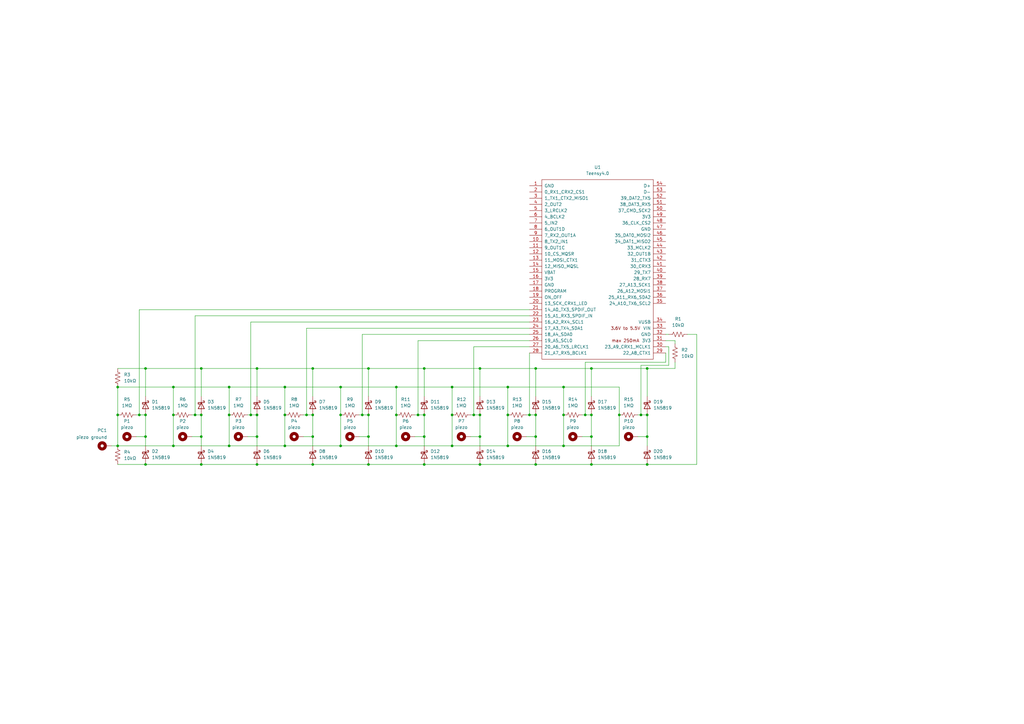
<source format=kicad_sch>
(kicad_sch (version 20231120) (generator "eeschema") (generator_version "8.0")
  (paper "A3")
  (lib_symbols
    (symbol "Device:R_US" (pin_numbers hide) (pin_names (offset 0))
      (property "Reference" "R" (at 2.54 0 90))
      (property "Value" "R_US" (at -2.54 0 90))
      (symbol "R_US_0_1"
        (polyline (pts (xy 0 -2.286) (xy 0 -2.54)))
        (polyline (pts (xy 0 2.286) (xy 0 2.54)))
        (polyline (pts (xy 0 -0.762) (xy 1.016 -1.143) (xy 0 -1.524) (xy -1.016 -1.905) (xy 0 -2.286)))
        (polyline (pts (xy 0 0.762) (xy 1.016 0.381) (xy 0 0) (xy -1.016 -0.381) (xy 0 -0.762)))
        (polyline (pts (xy 0 2.286) (xy 1.016 1.905) (xy 0 1.524) (xy -1.016 1.143) (xy 0 0.762)))
      )
      (symbol "R_US_1_1"
        (pin passive line (at 0 3.81 270) (length 1.27) (name "~") (number "1"))
        (pin passive line (at 0 -3.81 90) (length 1.27) (name "~") (number "2"))
      )
    )
    (symbol "Diode:1N5819" (pin_numbers hide) (pin_names (offset 1.016) hide)
      (property "Reference" "D" (at 0 2.54 0))
      (property "Value" "1N5819" (at 0 -2.54 0))
      (symbol "1N5819_0_1"
        (polyline (pts (xy 1.27 0) (xy -1.27 0)))
        (polyline (pts (xy 1.27 1.27) (xy 1.27 -1.27) (xy -1.27 0) (xy 1.27 1.27)) (stroke (width 0.254)))
        (polyline (pts (xy -1.905 0.635) (xy -1.905 1.27) (xy -1.27 1.27) (xy -1.27 -1.27) (xy -0.635 -1.27) (xy -0.635 -0.635)) (stroke (width 0.254)))
      )
      (symbol "1N5819_1_1"
        (pin passive line (at -3.81 0 0) (length 2.54) (name "K") (number "1"))
        (pin passive line (at 3.81 0 180) (length 2.54) (name "A") (number "2"))
      )
    )
    (symbol "Mechanical:MountingHole_Pad" (pin_numbers hide) (pin_names (offset 1.016) hide) (exclude_from_sim yes) (in_bom no)
      (property "Reference" "H" (at 0 6.35 0))
      (property "Value" "MountingHole_Pad" (at 0 4.445 0))
      (symbol "MountingHole_Pad_0_1"
        (circle (center 0 1.27) (radius 1.27) (stroke (width 1.27)))
      )
      (symbol "MountingHole_Pad_1_1"
        (pin input line (at 0 -2.54 90) (length 2.54) (name "1") (number "1"))
      )
    )
    (symbol "Teensy:Teensy4.0" (pin_names (offset 1.016))
      (property "Reference" "U" (at 0 39.37 0))
      (property "Value" "Teensy4.0" (at 0 -39.37 0))
      (symbol "Teensy4.0_0_0"
        (text "3.6V to 5.5V" (at 11.43 -24.13 0) (effects (font (size 1.27 1.27))))
        (text "max 250mA" (at 11.43 -29.21 0) (effects (font (size 1.27 1.27))))
        (pin bidirectional line (at -27.94 11.43 0) (length 5.08) (name "8_TX2_IN1") (number "10"))
        (pin bidirectional line (at -27.94 8.89 0) (length 5.08) (name "9_OUT1C") (number "11"))
        (pin bidirectional line (at -27.94 6.35 0) (length 5.08) (name "10_CS_MQSR") (number "12"))
        (pin bidirectional line (at -27.94 3.81 0) (length 5.08) (name "11_MOSI_CTX1") (number "13"))
        (pin bidirectional line (at -27.94 1.27 0) (length 5.08) (name "12_MISO_MQSL") (number "14"))
        (pin power_in line (at -27.94 -1.27 0) (length 5.08) (name "VBAT") (number "15"))
        (pin power_in line (at -27.94 -3.81 0) (length 5.08) (name "3V3") (number "16"))
        (pin power_in line (at -27.94 -6.35 0) (length 5.08) (name "GND") (number "17"))
        (pin input line (at -27.94 -8.89 0) (length 5.08) (name "PROGRAM") (number "18"))
        (pin input line (at -27.94 -11.43 0) (length 5.08) (name "ON_OFF") (number "19"))
        (pin bidirectional line (at -27.94 -13.97 0) (length 5.08) (name "13_SCK_CRX1_LED") (number "20"))
        (pin bidirectional line (at -27.94 -16.51 0) (length 5.08) (name "14_A0_TX3_SPDIF_OUT") (number "21"))
        (pin bidirectional line (at -27.94 -19.05 0) (length 5.08) (name "15_A1_RX3_SPDIF_IN") (number "22"))
        (pin bidirectional line (at -27.94 -21.59 0) (length 5.08) (name "16_A2_RX4_SCL1") (number "23"))
        (pin bidirectional line (at -27.94 -24.13 0) (length 5.08) (name "17_A3_TX4_SDA1") (number "24"))
        (pin bidirectional line (at -27.94 -26.67 0) (length 5.08) (name "18_A4_SDA0") (number "25"))
        (pin bidirectional line (at -27.94 -29.21 0) (length 5.08) (name "19_A5_SCL0") (number "26"))
        (pin bidirectional line (at -27.94 -31.75 0) (length 5.08) (name "20_A6_TX5_LRCLK1") (number "27"))
        (pin bidirectional line (at -27.94 -34.29 0) (length 5.08) (name "21_A7_RX5_BCLK1") (number "28"))
        (pin bidirectional line (at 27.94 -34.29 180) (length 5.08) (name "22_A8_CTX1") (number "29"))
        (pin bidirectional line (at 27.94 -31.75 180) (length 5.08) (name "23_A9_CRX1_MCLK1") (number "30"))
        (pin power_out line (at 27.94 -29.21 180) (length 5.08) (name "3V3") (number "31"))
        (pin power_in line (at 27.94 -26.67 180) (length 5.08) (name "GND") (number "32"))
        (pin power_in line (at 27.94 -24.13 180) (length 5.08) (name "VIN") (number "33"))
        (pin power_out line (at 27.94 -21.59 180) (length 5.08) (name "VUSB") (number "34"))
        (pin bidirectional line (at 27.94 -13.97 180) (length 5.08) (name "24_A10_TX6_SCL2") (number "35"))
        (pin bidirectional line (at 27.94 -11.43 180) (length 5.08) (name "25_A11_RX6_SDA2") (number "36"))
        (pin bidirectional line (at 27.94 -8.89 180) (length 5.08) (name "26_A12_MOSI1") (number "37"))
        (pin bidirectional line (at 27.94 -6.35 180) (length 5.08) (name "27_A13_SCK1") (number "38"))
        (pin bidirectional line (at 27.94 -3.81 180) (length 5.08) (name "28_RX7") (number "39"))
        (pin bidirectional line (at 27.94 -1.27 180) (length 5.08) (name "29_TX7") (number "40"))
        (pin bidirectional line (at 27.94 1.27 180) (length 5.08) (name "30_CRX3") (number "41"))
        (pin bidirectional line (at 27.94 3.81 180) (length 5.08) (name "31_CTX3") (number "42"))
        (pin bidirectional line (at 27.94 6.35 180) (length 5.08) (name "32_OUT1B") (number "43"))
        (pin bidirectional line (at 27.94 8.89 180) (length 5.08) (name "33_MCLK2") (number "44"))
        (pin bidirectional line (at 27.94 11.43 180) (length 5.08) (name "34_DAT1_MISO2") (number "45"))
        (pin bidirectional line (at 27.94 13.97 180) (length 5.08) (name "35_DAT0_MOSI2") (number "46"))
        (pin power_out line (at 27.94 16.51 180) (length 5.08) (name "GND") (number "47"))
        (pin bidirectional line (at 27.94 19.05 180) (length 5.08) (name "36_CLK_CS2") (number "48"))
        (pin power_out line (at 27.94 21.59 180) (length 5.08) (name "3V3") (number "49"))
        (pin bidirectional line (at -27.94 24.13 0) (length 5.08) (name "3_LRCLK2") (number "5"))
        (pin bidirectional line (at 27.94 24.13 180) (length 5.08) (name "37_CMD_SCK2") (number "50"))
        (pin bidirectional line (at 27.94 26.67 180) (length 5.08) (name "38_DAT3_RX5") (number "51"))
        (pin bidirectional line (at 27.94 29.21 180) (length 5.08) (name "39_DAT2_TX5") (number "52"))
        (pin bidirectional line (at 27.94 31.75 180) (length 5.08) (name "D-") (number "53"))
        (pin bidirectional line (at 27.94 34.29 180) (length 5.08) (name "D+") (number "54"))
        (pin bidirectional line (at -27.94 21.59 0) (length 5.08) (name "4_BCLK2") (number "6"))
        (pin bidirectional line (at -27.94 19.05 0) (length 5.08) (name "5_IN2") (number "7"))
        (pin bidirectional line (at -27.94 16.51 0) (length 5.08) (name "6_OUT1D") (number "8"))
        (pin bidirectional line (at -27.94 13.97 0) (length 5.08) (name "7_RX2_OUT1A") (number "9"))
      )
      (symbol "Teensy4.0_0_1"
        (rectangle (start -22.86 36.83) (end 22.86 -36.83))
        (rectangle (start -20.32 -31.75) (end -20.32 -31.75))
      )
      (symbol "Teensy4.0_1_1"
        (pin power_in line (at -27.94 34.29 0) (length 5.08) (name "GND") (number "1"))
        (pin bidirectional line (at -27.94 31.75 0) (length 5.08) (name "0_RX1_CRX2_CS1") (number "2"))
        (pin bidirectional line (at -27.94 29.21 0) (length 5.08) (name "1_TX1_CTX2_MISO1") (number "3"))
        (pin bidirectional line (at -27.94 26.67 0) (length 5.08) (name "2_OUT2") (number "4"))
      )
    )
  )
  (junction (at 93.98 170.18))
  (junction (at 116.84 170.18))
  (junction (at 71.12 182.88))
  (junction (at 48.26 158.75))
  (junction (at 151.13 179.07))
  (junction (at 59.69 179.07))
  (junction (at 217.17 170.18))
  (junction (at 151.13 170.18))
  (junction (at 59.69 190.5))
  (junction (at 105.41 190.5))
  (junction (at 151.13 190.5))
  (junction (at 116.84 182.88))
  (junction (at 162.56 170.18))
  (junction (at 139.7 170.18))
  (junction (at 71.12 158.75))
  (junction (at 265.43 170.18))
  (junction (at 59.69 151.13))
  (junction (at 240.03 170.18))
  (junction (at 173.99 151.13))
  (junction (at 128.27 190.5))
  (junction (at 219.71 190.5))
  (junction (at 242.57 190.5))
  (junction (at 82.55 170.18))
  (junction (at 173.99 190.5))
  (junction (at 254 170.18))
  (junction (at 219.71 179.07))
  (junction (at 82.55 190.5))
  (junction (at 105.41 179.07))
  (junction (at 242.57 170.18))
  (junction (at 231.14 170.18))
  (junction (at 71.12 170.18))
  (junction (at 125.73 170.18))
  (junction (at 128.27 170.18))
  (junction (at 173.99 170.18))
  (junction (at 208.28 158.75))
  (junction (at 148.59 170.18))
  (junction (at 57.15 170.18))
  (junction (at 173.99 179.07))
  (junction (at 171.45 170.18))
  (junction (at 93.98 158.75))
  (junction (at 185.42 182.88))
  (junction (at 102.87 170.18))
  (junction (at 48.26 170.18))
  (junction (at 196.85 179.07))
  (junction (at 242.57 179.07))
  (junction (at 80.01 170.18))
  (junction (at 185.42 158.75))
  (junction (at 139.7 158.75))
  (junction (at 265.43 151.13))
  (junction (at 116.84 158.75))
  (junction (at 242.57 151.13))
  (junction (at 128.27 151.13))
  (junction (at 93.98 182.88))
  (junction (at 82.55 151.13))
  (junction (at 194.31 170.18))
  (junction (at 48.26 182.88))
  (junction (at 208.28 170.18))
  (junction (at 162.56 182.88))
  (junction (at 151.13 151.13))
  (junction (at 162.56 158.75))
  (junction (at 196.85 151.13))
  (junction (at 219.71 170.18))
  (junction (at 262.89 170.18))
  (junction (at 105.41 151.13))
  (junction (at 82.55 179.07))
  (junction (at 185.42 170.18))
  (junction (at 105.41 170.18))
  (junction (at 196.85 170.18))
  (junction (at 196.85 190.5))
  (junction (at 265.43 190.5))
  (junction (at 265.43 179.07))
  (junction (at 59.69 170.18))
  (junction (at 208.28 182.88))
  (junction (at 231.14 158.75))
  (junction (at 128.27 179.07))
  (junction (at 139.7 182.88))
  (junction (at 231.14 182.88))
  (junction (at 219.71 151.13))
  (wire (pts (xy 125.73 170.18) (xy 128.27 170.18)))
  (wire (pts (xy 173.99 190.5) (xy 196.85 190.5)))
  (wire (pts (xy 217.17 132.08) (xy 102.87 132.08)))
  (wire (pts (xy 105.41 179.07) (xy 105.41 182.88)))
  (wire (pts (xy 185.42 158.75) (xy 185.42 170.18)))
  (wire (pts (xy 173.99 179.07) (xy 173.99 182.88)))
  (wire (pts (xy 151.13 190.5) (xy 173.99 190.5)))
  (wire (pts (xy 48.26 158.75) (xy 48.26 170.18)))
  (wire (pts (xy 48.26 190.5) (xy 59.69 190.5)))
  (wire (pts (xy 217.17 144.78) (xy 217.17 170.18)))
  (wire (pts (xy 105.41 170.18) (xy 105.41 179.07)))
  (wire (pts (xy 151.13 151.13) (xy 173.99 151.13)))
  (wire (pts (xy 208.28 158.75) (xy 208.28 170.18)))
  (wire (pts (xy 148.59 170.18) (xy 151.13 170.18)))
  (wire (pts (xy 82.55 170.18) (xy 82.55 179.07)))
  (wire (pts (xy 162.56 170.18) (xy 162.56 182.88)))
  (wire (pts (xy 261.62 170.18) (xy 262.89 170.18)))
  (wire (pts (xy 93.98 182.88) (xy 116.84 182.88)))
  (wire (pts (xy 217.17 139.7) (xy 171.45 139.7)))
  (wire (pts (xy 128.27 151.13) (xy 151.13 151.13)))
  (wire (pts (xy 231.14 158.75) (xy 231.14 170.18)))
  (wire (pts (xy 196.85 170.18) (xy 196.85 179.07)))
  (wire (pts (xy 262.89 149.86) (xy 274.32 149.86)))
  (wire (pts (xy 219.71 179.07) (xy 219.71 182.88)))
  (wire (pts (xy 48.26 170.18) (xy 48.26 182.88)))
  (wire (pts (xy 80.01 129.54) (xy 80.01 170.18)))
  (wire (pts (xy 55.88 179.07) (xy 59.69 179.07)))
  (wire (pts (xy 78.74 170.18) (xy 80.01 170.18)))
  (wire (pts (xy 208.28 158.75) (xy 231.14 158.75)))
  (wire (pts (xy 285.75 137.16) (xy 285.75 190.5)))
  (wire (pts (xy 82.55 151.13) (xy 82.55 162.56)))
  (wire (pts (xy 240.03 148.59) (xy 240.03 170.18)))
  (wire (pts (xy 219.71 151.13) (xy 219.71 162.56)))
  (wire (pts (xy 196.85 190.5) (xy 219.71 190.5)))
  (wire (pts (xy 194.31 170.18) (xy 196.85 170.18)))
  (wire (pts (xy 59.69 179.07) (xy 59.69 182.88)))
  (wire (pts (xy 102.87 170.18) (xy 105.41 170.18)))
  (wire (pts (xy 101.6 179.07) (xy 105.41 179.07)))
  (wire (pts (xy 261.62 179.07) (xy 265.43 179.07)))
  (wire (pts (xy 128.27 151.13) (xy 128.27 162.56)))
  (wire (pts (xy 273.05 139.7) (xy 276.86 139.7)))
  (wire (pts (xy 265.43 179.07) (xy 265.43 182.88)))
  (wire (pts (xy 254 170.18) (xy 254 182.88)))
  (wire (pts (xy 71.12 158.75) (xy 93.98 158.75)))
  (wire (pts (xy 276.86 139.7) (xy 276.86 140.97)))
  (wire (pts (xy 273.05 137.16) (xy 274.32 137.16)))
  (wire (pts (xy 273.05 142.24) (xy 274.32 142.24)))
  (wire (pts (xy 238.76 170.18) (xy 240.03 170.18)))
  (wire (pts (xy 265.43 190.5) (xy 285.75 190.5)))
  (wire (pts (xy 105.41 190.5) (xy 128.27 190.5)))
  (wire (pts (xy 231.14 158.75) (xy 254 158.75)))
  (wire (pts (xy 82.55 151.13) (xy 105.41 151.13)))
  (wire (pts (xy 185.42 170.18) (xy 185.42 182.88)))
  (wire (pts (xy 265.43 151.13) (xy 265.43 162.56)))
  (wire (pts (xy 173.99 151.13) (xy 173.99 162.56)))
  (wire (pts (xy 231.14 182.88) (xy 254 182.88)))
  (wire (pts (xy 194.31 142.24) (xy 194.31 170.18)))
  (wire (pts (xy 240.03 148.59) (xy 273.05 148.59)))
  (wire (pts (xy 196.85 151.13) (xy 196.85 162.56)))
  (wire (pts (xy 48.26 182.88) (xy 45.72 182.88)))
  (wire (pts (xy 217.17 142.24) (xy 194.31 142.24)))
  (wire (pts (xy 242.57 170.18) (xy 242.57 179.07)))
  (wire (pts (xy 139.7 170.18) (xy 139.7 182.88)))
  (wire (pts (xy 185.42 182.88) (xy 208.28 182.88)))
  (wire (pts (xy 148.59 137.16) (xy 148.59 170.18)))
  (wire (pts (xy 276.86 148.59) (xy 276.86 151.13)))
  (wire (pts (xy 196.85 151.13) (xy 219.71 151.13)))
  (wire (pts (xy 215.9 179.07) (xy 219.71 179.07)))
  (wire (pts (xy 80.01 170.18) (xy 82.55 170.18)))
  (wire (pts (xy 193.04 179.07) (xy 196.85 179.07)))
  (wire (pts (xy 170.18 170.18) (xy 171.45 170.18)))
  (wire (pts (xy 78.74 179.07) (xy 82.55 179.07)))
  (wire (pts (xy 240.03 170.18) (xy 242.57 170.18)))
  (wire (pts (xy 116.84 158.75) (xy 116.84 170.18)))
  (wire (pts (xy 59.69 151.13) (xy 82.55 151.13)))
  (wire (pts (xy 48.26 151.13) (xy 59.69 151.13)))
  (wire (pts (xy 59.69 170.18) (xy 59.69 179.07)))
  (wire (pts (xy 147.32 179.07) (xy 151.13 179.07)))
  (wire (pts (xy 93.98 158.75) (xy 116.84 158.75)))
  (wire (pts (xy 116.84 158.75) (xy 139.7 158.75)))
  (wire (pts (xy 170.18 179.07) (xy 173.99 179.07)))
  (wire (pts (xy 274.32 149.86) (xy 274.32 142.24)))
  (wire (pts (xy 171.45 170.18) (xy 173.99 170.18)))
  (wire (pts (xy 219.71 151.13) (xy 242.57 151.13)))
  (wire (pts (xy 128.27 190.5) (xy 151.13 190.5)))
  (wire (pts (xy 208.28 170.18) (xy 208.28 182.88)))
  (wire (pts (xy 173.99 170.18) (xy 173.99 179.07)))
  (wire (pts (xy 101.6 170.18) (xy 102.87 170.18)))
  (wire (pts (xy 71.12 170.18) (xy 71.12 182.88)))
  (wire (pts (xy 281.94 137.16) (xy 285.75 137.16)))
  (wire (pts (xy 231.14 170.18) (xy 231.14 182.88)))
  (wire (pts (xy 208.28 182.88) (xy 231.14 182.88)))
  (wire (pts (xy 93.98 158.75) (xy 93.98 170.18)))
  (wire (pts (xy 139.7 182.88) (xy 162.56 182.88)))
  (wire (pts (xy 173.99 151.13) (xy 196.85 151.13)))
  (wire (pts (xy 55.88 170.18) (xy 57.15 170.18)))
  (wire (pts (xy 102.87 132.08) (xy 102.87 170.18)))
  (wire (pts (xy 215.9 170.18) (xy 217.17 170.18)))
  (wire (pts (xy 273.05 144.78) (xy 273.05 148.59)))
  (wire (pts (xy 71.12 158.75) (xy 71.12 170.18)))
  (wire (pts (xy 242.57 190.5) (xy 265.43 190.5)))
  (wire (pts (xy 124.46 179.07) (xy 128.27 179.07)))
  (wire (pts (xy 57.15 127) (xy 57.15 170.18)))
  (wire (pts (xy 151.13 170.18) (xy 151.13 179.07)))
  (wire (pts (xy 262.89 170.18) (xy 265.43 170.18)))
  (wire (pts (xy 242.57 151.13) (xy 242.57 162.56)))
  (wire (pts (xy 185.42 158.75) (xy 208.28 158.75)))
  (wire (pts (xy 151.13 179.07) (xy 151.13 182.88)))
  (wire (pts (xy 217.17 170.18) (xy 219.71 170.18)))
  (wire (pts (xy 116.84 170.18) (xy 116.84 182.88)))
  (wire (pts (xy 217.17 137.16) (xy 148.59 137.16)))
  (wire (pts (xy 171.45 139.7) (xy 171.45 170.18)))
  (wire (pts (xy 265.43 170.18) (xy 265.43 179.07)))
  (wire (pts (xy 265.43 151.13) (xy 276.86 151.13)))
  (wire (pts (xy 48.26 182.88) (xy 71.12 182.88)))
  (wire (pts (xy 128.27 170.18) (xy 128.27 179.07)))
  (wire (pts (xy 57.15 170.18) (xy 59.69 170.18)))
  (wire (pts (xy 93.98 170.18) (xy 93.98 182.88)))
  (wire (pts (xy 217.17 134.62) (xy 125.73 134.62)))
  (wire (pts (xy 71.12 182.88) (xy 93.98 182.88)))
  (wire (pts (xy 162.56 158.75) (xy 185.42 158.75)))
  (wire (pts (xy 219.71 170.18) (xy 219.71 179.07)))
  (wire (pts (xy 162.56 182.88) (xy 185.42 182.88)))
  (wire (pts (xy 151.13 151.13) (xy 151.13 162.56)))
  (wire (pts (xy 125.73 134.62) (xy 125.73 170.18)))
  (wire (pts (xy 217.17 127) (xy 57.15 127)))
  (wire (pts (xy 59.69 151.13) (xy 59.69 162.56)))
  (wire (pts (xy 82.55 190.5) (xy 105.41 190.5)))
  (wire (pts (xy 238.76 179.07) (xy 242.57 179.07)))
  (wire (pts (xy 254 158.75) (xy 254 170.18)))
  (wire (pts (xy 242.57 179.07) (xy 242.57 182.88)))
  (wire (pts (xy 242.57 151.13) (xy 265.43 151.13)))
  (wire (pts (xy 59.69 190.5) (xy 82.55 190.5)))
  (wire (pts (xy 139.7 158.75) (xy 162.56 158.75)))
  (wire (pts (xy 139.7 158.75) (xy 139.7 170.18)))
  (wire (pts (xy 196.85 179.07) (xy 196.85 182.88)))
  (wire (pts (xy 82.55 179.07) (xy 82.55 182.88)))
  (wire (pts (xy 147.32 170.18) (xy 148.59 170.18)))
  (wire (pts (xy 124.46 170.18) (xy 125.73 170.18)))
  (wire (pts (xy 262.89 149.86) (xy 262.89 170.18)))
  (wire (pts (xy 105.41 151.13) (xy 105.41 162.56)))
  (wire (pts (xy 48.26 158.75) (xy 71.12 158.75)))
  (wire (pts (xy 116.84 182.88) (xy 139.7 182.88)))
  (wire (pts (xy 128.27 179.07) (xy 128.27 182.88)))
  (wire (pts (xy 193.04 170.18) (xy 194.31 170.18)))
  (wire (pts (xy 217.17 129.54) (xy 80.01 129.54)))
  (wire (pts (xy 105.41 151.13) (xy 128.27 151.13)))
  (wire (pts (xy 219.71 190.5) (xy 242.57 190.5)))
  (wire (pts (xy 162.56 158.75) (xy 162.56 170.18)))
  (symbol (lib_id "Device:R_US") (at 212.09 170.18 270) (unit 1)
    (property "Reference" "R13" (at 212.09 163.83 90))
    (property "Value" "1MΩ" (at 212.09 166.37 90))
    (property "Footprint" "Resistor_THT:R_Axial_DIN0414_L11.9mm_D4.5mm_P15.24mm_Horizontal" (effects (hide yes)))
    (property "Description" "Resistor, US symbol" (effects (hide yes)))
  )
  (symbol (lib_id "Diode:1N5819") (at 82.55 166.37 270) (unit 1)
    (property "Reference" "D3" (at 85.09 164.7824 90) (effects (justify left)))
    (property "Value" "1N5819" (at 85.09 167.3224 90) (effects (justify left)))
    (property "Footprint" "Diode_THT:D_DO-41_SOD81_P10.16mm_Horizontal" (effects (hide yes)))
    (property "Datasheet" "http://www.vishay.com/docs/88525/1n5817.pdf" (effects (hide yes)))
    (property "Description" "40V 1A Schottky Barrier Rectifier Diode, DO-41" (effects (hide yes)))
  )
  (symbol (lib_id "Diode:1N5819") (at 196.85 186.69 270) (unit 1)
    (property "Reference" "D14" (at 199.39 185.1024 90) (effects (justify left)))
    (property "Value" "1N5819" (at 199.39 187.6424 90) (effects (justify left)))
    (property "Footprint" "Diode_THT:D_DO-41_SOD81_P10.16mm_Horizontal" (effects (hide yes)))
    (property "Datasheet" "http://www.vishay.com/docs/88525/1n5817.pdf" (effects (hide yes)))
    (property "Description" "40V 1A Schottky Barrier Rectifier Diode, DO-41" (effects (hide yes)))
  )
  (symbol (lib_id "Diode:1N5819") (at 59.69 166.37 270) (unit 1)
    (property "Reference" "D1" (at 62.23 164.7824 90) (effects (justify left)))
    (property "Value" "1N5819" (at 62.23 167.3224 90) (effects (justify left)))
    (property "Footprint" "Diode_THT:D_DO-41_SOD81_P10.16mm_Horizontal" (effects (hide yes)))
    (property "Datasheet" "http://www.vishay.com/docs/88525/1n5817.pdf" (effects (hide yes)))
    (property "Description" "40V 1A Schottky Barrier Rectifier Diode, DO-41" (effects (hide yes)))
  )
  (symbol (lib_id "Diode:1N5819") (at 196.85 166.37 270) (unit 1)
    (property "Reference" "D13" (at 199.39 164.7824 90) (effects (justify left)))
    (property "Value" "1N5819" (at 199.39 167.3224 90) (effects (justify left)))
    (property "Footprint" "Diode_THT:D_DO-41_SOD81_P10.16mm_Horizontal" (effects (hide yes)))
    (property "Datasheet" "http://www.vishay.com/docs/88525/1n5817.pdf" (effects (hide yes)))
    (property "Description" "40V 1A Schottky Barrier Rectifier Diode, DO-41" (effects (hide yes)))
  )
  (symbol (lib_id "Diode:1N5819") (at 151.13 186.69 270) (unit 1)
    (property "Reference" "D10" (at 153.67 185.1024 90) (effects (justify left)))
    (property "Value" "1N5819" (at 153.67 187.6424 90) (effects (justify left)))
    (property "Footprint" "Diode_THT:D_DO-41_SOD81_P10.16mm_Horizontal" (effects (hide yes)))
    (property "Datasheet" "http://www.vishay.com/docs/88525/1n5817.pdf" (effects (hide yes)))
    (property "Description" "40V 1A Schottky Barrier Rectifier Diode, DO-41" (effects (hide yes)))
  )
  (symbol (lib_id "Mechanical:MountingHole_Pad") (at 99.06 179.07 90) (unit 1) (exclude_from_sim yes) (in_bom no)
    (property "Reference" "P3" (at 97.79 172.72 90))
    (property "Value" "piezo" (at 97.79 175.26 90))
    (property "Footprint" "MountingHole:MountingHole_2.2mm_M2_DIN965_Pad" (effects (hide yes)))
    (property "Description" "Mounting Hole with connection" (effects (hide yes)))
  )
  (symbol (lib_id "Diode:1N5819") (at 105.41 186.69 270) (unit 1)
    (property "Reference" "D6" (at 107.95 185.1024 90) (effects (justify left)))
    (property "Value" "1N5819" (at 107.95 187.6424 90) (effects (justify left)))
    (property "Footprint" "Diode_THT:D_DO-41_SOD81_P10.16mm_Horizontal" (effects (hide yes)))
    (property "Datasheet" "http://www.vishay.com/docs/88525/1n5817.pdf" (effects (hide yes)))
    (property "Description" "40V 1A Schottky Barrier Rectifier Diode, DO-41" (effects (hide yes)))
  )
  (symbol (lib_id "Device:R_US") (at 48.26 154.94 0) (unit 1)
    (property "Reference" "R3" (at 50.8 153.6699 0) (effects (justify left)))
    (property "Value" "10kΩ" (at 50.8 156.2099 0) (effects (justify left)))
    (property "Footprint" "Resistor_THT:R_Axial_DIN0414_L11.9mm_D4.5mm_P15.24mm_Horizontal" (effects (hide yes)))
    (property "Description" "Resistor, US symbol" (effects (hide yes)))
  )
  (symbol (lib_id "Mechanical:MountingHole_Pad") (at 190.5 179.07 90) (unit 1) (exclude_from_sim yes) (in_bom no)
    (property "Reference" "P7" (at 189.23 172.72 90))
    (property "Value" "piezo" (at 189.23 175.26 90))
    (property "Footprint" "MountingHole:MountingHole_2.2mm_M2_DIN965_Pad" (effects (hide yes)))
    (property "Description" "Mounting Hole with connection" (effects (hide yes)))
  )
  (symbol (lib_id "Diode:1N5819") (at 105.41 166.37 270) (unit 1)
    (property "Reference" "D5" (at 107.95 164.7824 90) (effects (justify left)))
    (property "Value" "1N5819" (at 107.95 167.3224 90) (effects (justify left)))
    (property "Footprint" "Diode_THT:D_DO-41_SOD81_P10.16mm_Horizontal" (effects (hide yes)))
    (property "Datasheet" "http://www.vishay.com/docs/88525/1n5817.pdf" (effects (hide yes)))
    (property "Description" "40V 1A Schottky Barrier Rectifier Diode, DO-41" (effects (hide yes)))
  )
  (symbol (lib_id "Mechanical:MountingHole_Pad") (at 76.2 179.07 90) (unit 1) (exclude_from_sim yes) (in_bom no)
    (property "Reference" "P2" (at 74.93 172.72 90))
    (property "Value" "piezo" (at 74.93 175.26 90))
    (property "Footprint" "MountingHole:MountingHole_2.2mm_M2_DIN965_Pad" (effects (hide yes)))
    (property "Description" "Mounting Hole with connection" (effects (hide yes)))
  )
  (symbol (lib_id "Device:R_US") (at 276.86 144.78 0) (unit 1)
    (property "Reference" "R2" (at 279.4 143.5099 0) (effects (justify left)))
    (property "Value" "10kΩ" (at 279.4 146.0499 0) (effects (justify left)))
    (property "Footprint" "Resistor_THT:R_Axial_DIN0414_L11.9mm_D4.5mm_P15.24mm_Horizontal" (effects (hide yes)))
    (property "Description" "Resistor, US symbol" (effects (hide yes)))
  )
  (symbol (lib_id "Device:R_US") (at 74.93 170.18 270) (unit 1)
    (property "Reference" "R6" (at 74.93 163.83 90))
    (property "Value" "1MΩ" (at 74.93 166.37 90))
    (property "Footprint" "Resistor_THT:R_Axial_DIN0414_L11.9mm_D4.5mm_P15.24mm_Horizontal" (effects (hide yes)))
    (property "Description" "Resistor, US symbol" (effects (hide yes)))
  )
  (symbol (lib_id "Diode:1N5819") (at 59.69 186.69 270) (unit 1)
    (property "Reference" "D2" (at 62.23 185.1024 90) (effects (justify left)))
    (property "Value" "1N5819" (at 62.23 187.6424 90) (effects (justify left)))
    (property "Footprint" "Diode_THT:D_DO-41_SOD81_P10.16mm_Horizontal" (effects (hide yes)))
    (property "Datasheet" "http://www.vishay.com/docs/88525/1n5817.pdf" (effects (hide yes)))
    (property "Description" "40V 1A Schottky Barrier Rectifier Diode, DO-41" (effects (hide yes)))
  )
  (symbol (lib_id "Teensy:Teensy4.0") (at 245.11 110.49 0) (unit 1)
    (property "Reference" "U1" (at 245.11 68.58 0))
    (property "Value" "Teensy4.0" (at 245.11 71.12 0))
    (property "Footprint" "Teensy:Teensy40" (effects (hide yes)))
  )
  (symbol (lib_id "Device:R_US") (at 97.79 170.18 270) (unit 1)
    (property "Reference" "R7" (at 97.79 163.83 90))
    (property "Value" "1MΩ" (at 97.79 166.37 90))
    (property "Footprint" "Resistor_THT:R_Axial_DIN0414_L11.9mm_D4.5mm_P15.24mm_Horizontal" (effects (hide yes)))
    (property "Description" "Resistor, US symbol" (effects (hide yes)))
  )
  (symbol (lib_id "Mechanical:MountingHole_Pad") (at 53.34 179.07 90) (unit 1) (exclude_from_sim yes) (in_bom no)
    (property "Reference" "P1" (at 52.07 172.72 90))
    (property "Value" "piezo" (at 52.07 175.26 90))
    (property "Footprint" "MountingHole:MountingHole_2.2mm_M2_DIN965_Pad" (effects (hide yes)))
    (property "Description" "Mounting Hole with connection" (effects (hide yes)))
  )
  (symbol (lib_id "Diode:1N5819") (at 242.57 186.69 270) (unit 1)
    (property "Reference" "D18" (at 245.11 185.1024 90) (effects (justify left)))
    (property "Value" "1N5819" (at 245.11 187.6424 90) (effects (justify left)))
    (property "Footprint" "Diode_THT:D_DO-41_SOD81_P10.16mm_Horizontal" (effects (hide yes)))
    (property "Datasheet" "http://www.vishay.com/docs/88525/1n5817.pdf" (effects (hide yes)))
    (property "Description" "40V 1A Schottky Barrier Rectifier Diode, DO-41" (effects (hide yes)))
  )
  (symbol (lib_id "Mechanical:MountingHole_Pad") (at 121.92 179.07 90) (unit 1) (exclude_from_sim yes) (in_bom no)
    (property "Reference" "P4" (at 120.65 172.72 90))
    (property "Value" "piezo" (at 120.65 175.26 90))
    (property "Footprint" "MountingHole:MountingHole_2.2mm_M2_DIN965_Pad" (effects (hide yes)))
    (property "Description" "Mounting Hole with connection" (effects (hide yes)))
  )
  (symbol (lib_id "Mechanical:MountingHole_Pad") (at 213.36 179.07 90) (unit 1) (exclude_from_sim yes) (in_bom no)
    (property "Reference" "P8" (at 212.09 172.72 90))
    (property "Value" "piezo" (at 212.09 175.26 90))
    (property "Footprint" "MountingHole:MountingHole_2.2mm_M2_DIN965_Pad" (effects (hide yes)))
    (property "Description" "Mounting Hole with connection" (effects (hide yes)))
  )
  (symbol (lib_id "Device:R_US") (at 143.51 170.18 270) (unit 1)
    (property "Reference" "R9" (at 143.51 163.83 90))
    (property "Value" "1MΩ" (at 143.51 166.37 90))
    (property "Footprint" "Resistor_THT:R_Axial_DIN0414_L11.9mm_D4.5mm_P15.24mm_Horizontal" (effects (hide yes)))
    (property "Description" "Resistor, US symbol" (effects (hide yes)))
  )
  (symbol (lib_id "Diode:1N5819") (at 128.27 186.69 270) (unit 1)
    (property "Reference" "D8" (at 130.81 185.1024 90) (effects (justify left)))
    (property "Value" "1N5819" (at 130.81 187.6424 90) (effects (justify left)))
    (property "Footprint" "Diode_THT:D_DO-41_SOD81_P10.16mm_Horizontal" (effects (hide yes)))
    (property "Datasheet" "http://www.vishay.com/docs/88525/1n5817.pdf" (effects (hide yes)))
    (property "Description" "40V 1A Schottky Barrier Rectifier Diode, DO-41" (effects (hide yes)))
  )
  (symbol (lib_id "Device:R_US") (at 48.26 186.69 0) (unit 1)
    (property "Reference" "R4" (at 50.8 185.4199 0) (effects (justify left)))
    (property "Value" "10kΩ" (at 50.8 187.9599 0) (effects (justify left)))
    (property "Footprint" "Resistor_THT:R_Axial_DIN0414_L11.9mm_D4.5mm_P15.24mm_Horizontal" (effects (hide yes)))
    (property "Description" "Resistor, US symbol" (effects (hide yes)))
  )
  (symbol (lib_id "Diode:1N5819") (at 242.57 166.37 270) (unit 1)
    (property "Reference" "D17" (at 245.11 164.7824 90) (effects (justify left)))
    (property "Value" "1N5819" (at 245.11 167.3224 90) (effects (justify left)))
    (property "Footprint" "Diode_THT:D_DO-41_SOD81_P10.16mm_Horizontal" (effects (hide yes)))
    (property "Datasheet" "http://www.vishay.com/docs/88525/1n5817.pdf" (effects (hide yes)))
    (property "Description" "40V 1A Schottky Barrier Rectifier Diode, DO-41" (effects (hide yes)))
  )
  (symbol (lib_id "Mechanical:MountingHole_Pad") (at 144.78 179.07 90) (unit 1) (exclude_from_sim yes) (in_bom no)
    (property "Reference" "P5" (at 143.51 172.72 90))
    (property "Value" "piezo" (at 143.51 175.26 90))
    (property "Footprint" "MountingHole:MountingHole_2.2mm_M2_DIN965_Pad" (effects (hide yes)))
    (property "Description" "Mounting Hole with connection" (effects (hide yes)))
  )
  (symbol (lib_id "Diode:1N5819") (at 151.13 166.37 270) (unit 1)
    (property "Reference" "D9" (at 153.67 164.7824 90) (effects (justify left)))
    (property "Value" "1N5819" (at 153.67 167.3224 90) (effects (justify left)))
    (property "Footprint" "Diode_THT:D_DO-41_SOD81_P10.16mm_Horizontal" (effects (hide yes)))
    (property "Datasheet" "http://www.vishay.com/docs/88525/1n5817.pdf" (effects (hide yes)))
    (property "Description" "40V 1A Schottky Barrier Rectifier Diode, DO-41" (effects (hide yes)))
  )
  (symbol (lib_id "Mechanical:MountingHole_Pad") (at 167.64 179.07 90) (unit 1) (exclude_from_sim yes) (in_bom no)
    (property "Reference" "P6" (at 166.37 172.72 90))
    (property "Value" "piezo" (at 166.37 175.26 90))
    (property "Footprint" "MountingHole:MountingHole_2.2mm_M2_DIN965_Pad" (effects (hide yes)))
    (property "Description" "Mounting Hole with connection" (effects (hide yes)))
  )
  (symbol (lib_id "Device:R_US") (at 52.07 170.18 270) (unit 1)
    (property "Reference" "R5" (at 52.07 163.83 90))
    (property "Value" "1MΩ" (at 52.07 166.37 90))
    (property "Footprint" "Resistor_THT:R_Axial_DIN0414_L11.9mm_D4.5mm_P15.24mm_Horizontal" (effects (hide yes)))
    (property "Description" "Resistor, US symbol" (effects (hide yes)))
  )
  (symbol (lib_id "Diode:1N5819") (at 219.71 186.69 270) (unit 1)
    (property "Reference" "D16" (at 222.25 185.1024 90) (effects (justify left)))
    (property "Value" "1N5819" (at 222.25 187.6424 90) (effects (justify left)))
    (property "Footprint" "Diode_THT:D_DO-41_SOD81_P10.16mm_Horizontal" (effects (hide yes)))
    (property "Datasheet" "http://www.vishay.com/docs/88525/1n5817.pdf" (effects (hide yes)))
    (property "Description" "40V 1A Schottky Barrier Rectifier Diode, DO-41" (effects (hide yes)))
  )
  (symbol (lib_id "Diode:1N5819") (at 173.99 166.37 270) (unit 1)
    (property "Reference" "D11" (at 176.53 164.7824 90) (effects (justify left)))
    (property "Value" "1N5819" (at 176.53 167.3224 90) (effects (justify left)))
    (property "Footprint" "Diode_THT:D_DO-41_SOD81_P10.16mm_Horizontal" (effects (hide yes)))
    (property "Datasheet" "http://www.vishay.com/docs/88525/1n5817.pdf" (effects (hide yes)))
    (property "Description" "40V 1A Schottky Barrier Rectifier Diode, DO-41" (effects (hide yes)))
  )
  (symbol (lib_id "Device:R_US") (at 278.13 137.16 90) (unit 1)
    (property "Reference" "R1" (at 278.13 130.81 90))
    (property "Value" "10kΩ" (at 278.13 133.35 90))
    (property "Footprint" "Resistor_THT:R_Axial_DIN0414_L11.9mm_D4.5mm_P15.24mm_Horizontal" (effects (hide yes)))
    (property "Description" "Resistor, US symbol" (effects (hide yes)))
  )
  (symbol (lib_id "Diode:1N5819") (at 219.71 166.37 270) (unit 1)
    (property "Reference" "D15" (at 222.25 164.7824 90) (effects (justify left)))
    (property "Value" "1N5819" (at 222.25 167.3224 90) (effects (justify left)))
    (property "Footprint" "Diode_THT:D_DO-41_SOD81_P10.16mm_Horizontal" (effects (hide yes)))
    (property "Datasheet" "http://www.vishay.com/docs/88525/1n5817.pdf" (effects (hide yes)))
    (property "Description" "40V 1A Schottky Barrier Rectifier Diode, DO-41" (effects (hide yes)))
  )
  (symbol (lib_id "Device:R_US") (at 257.81 170.18 270) (unit 1)
    (property "Reference" "R15" (at 257.81 163.83 90))
    (property "Value" "1MΩ" (at 257.81 166.37 90))
    (property "Footprint" "Resistor_THT:R_Axial_DIN0414_L11.9mm_D4.5mm_P15.24mm_Horizontal" (effects (hide yes)))
    (property "Description" "Resistor, US symbol" (effects (hide yes)))
  )
  (symbol (lib_id "Diode:1N5819") (at 82.55 186.69 270) (unit 1)
    (property "Reference" "D4" (at 85.09 185.1024 90) (effects (justify left)))
    (property "Value" "1N5819" (at 85.09 187.6424 90) (effects (justify left)))
    (property "Footprint" "Diode_THT:D_DO-41_SOD81_P10.16mm_Horizontal" (effects (hide yes)))
    (property "Datasheet" "http://www.vishay.com/docs/88525/1n5817.pdf" (effects (hide yes)))
    (property "Description" "40V 1A Schottky Barrier Rectifier Diode, DO-41" (effects (hide yes)))
  )
  (symbol (lib_id "Device:R_US") (at 166.37 170.18 270) (unit 1)
    (property "Reference" "R11" (at 166.37 163.83 90))
    (property "Value" "1MΩ" (at 166.37 166.37 90))
    (property "Footprint" "Resistor_THT:R_Axial_DIN0414_L11.9mm_D4.5mm_P15.24mm_Horizontal" (effects (hide yes)))
    (property "Description" "Resistor, US symbol" (effects (hide yes)))
  )
  (symbol (lib_id "Mechanical:MountingHole_Pad") (at 43.18 182.88 90) (unit 1) (exclude_from_sim yes) (in_bom no)
    (property "Reference" "PC1" (at 41.91 176.53 90))
    (property "Value" "piezo ground" (at 37.592 179.324 90))
    (property "Footprint" "MountingHole:MountingHole_2.2mm_M2_DIN965_Pad" (effects (hide yes)))
    (property "Description" "Mounting Hole with connection" (effects (hide yes)))
  )
  (symbol (lib_id "Device:R_US") (at 189.23 170.18 270) (unit 1)
    (property "Reference" "R12" (at 189.23 163.83 90))
    (property "Value" "1MΩ" (at 189.23 166.37 90))
    (property "Footprint" "Resistor_THT:R_Axial_DIN0414_L11.9mm_D4.5mm_P15.24mm_Horizontal" (effects (hide yes)))
    (property "Description" "Resistor, US symbol" (effects (hide yes)))
  )
  (symbol (lib_id "Diode:1N5819") (at 265.43 186.69 270) (unit 1)
    (property "Reference" "D20" (at 267.97 185.1024 90) (effects (justify left)))
    (property "Value" "1N5819" (at 267.97 187.6424 90) (effects (justify left)))
    (property "Footprint" "Diode_THT:D_DO-41_SOD81_P10.16mm_Horizontal" (effects (hide yes)))
    (property "Datasheet" "http://www.vishay.com/docs/88525/1n5817.pdf" (effects (hide yes)))
    (property "Description" "40V 1A Schottky Barrier Rectifier Diode, DO-41" (effects (hide yes)))
  )
  (symbol (lib_id "Device:R_US") (at 120.65 170.18 270) (unit 1)
    (property "Reference" "R8" (at 120.65 163.83 90))
    (property "Value" "1MΩ" (at 120.65 166.37 90))
    (property "Footprint" "Resistor_THT:R_Axial_DIN0414_L11.9mm_D4.5mm_P15.24mm_Horizontal" (effects (hide yes)))
    (property "Description" "Resistor, US symbol" (effects (hide yes)))
  )
  (symbol (lib_id "Diode:1N5819") (at 128.27 166.37 270) (unit 1)
    (property "Reference" "D7" (at 130.81 164.7824 90) (effects (justify left)))
    (property "Value" "1N5819" (at 130.81 167.3224 90) (effects (justify left)))
    (property "Footprint" "Diode_THT:D_DO-41_SOD81_P10.16mm_Horizontal" (effects (hide yes)))
    (property "Datasheet" "http://www.vishay.com/docs/88525/1n5817.pdf" (effects (hide yes)))
    (property "Description" "40V 1A Schottky Barrier Rectifier Diode, DO-41" (effects (hide yes)))
  )
  (symbol (lib_id "Mechanical:MountingHole_Pad") (at 259.08 179.07 90) (unit 1) (exclude_from_sim yes) (in_bom no)
    (property "Reference" "P10" (at 257.81 172.72 90))
    (property "Value" "piezo" (at 257.81 175.26 90))
    (property "Footprint" "MountingHole:MountingHole_2.2mm_M2_DIN965_Pad" (effects (hide yes)))
    (property "Description" "Mounting Hole with connection" (effects (hide yes)))
  )
  (symbol (lib_id "Device:R_US") (at 234.95 170.18 270) (unit 1)
    (property "Reference" "R14" (at 234.95 163.83 90))
    (property "Value" "1MΩ" (at 234.95 166.37 90))
    (property "Footprint" "Resistor_THT:R_Axial_DIN0414_L11.9mm_D4.5mm_P15.24mm_Horizontal" (effects (hide yes)))
    (property "Description" "Resistor, US symbol" (effects (hide yes)))
  )
  (symbol (lib_id "Mechanical:MountingHole_Pad") (at 236.22 179.07 90) (unit 1) (exclude_from_sim yes) (in_bom no)
    (property "Reference" "P9" (at 234.95 172.72 90))
    (property "Value" "piezo" (at 234.95 175.26 90))
    (property "Footprint" "MountingHole:MountingHole_2.2mm_M2_DIN965_Pad" (effects (hide yes)))
    (property "Description" "Mounting Hole with connection" (effects (hide yes)))
  )
  (symbol (lib_id "Diode:1N5819") (at 173.99 186.69 270) (unit 1)
    (property "Reference" "D12" (at 176.53 185.1024 90) (effects (justify left)))
    (property "Value" "1N5819" (at 176.53 187.6424 90) (effects (justify left)))
    (property "Footprint" "Diode_THT:D_DO-41_SOD81_P10.16mm_Horizontal" (effects (hide yes)))
    (property "Datasheet" "http://www.vishay.com/docs/88525/1n5817.pdf" (effects (hide yes)))
    (property "Description" "40V 1A Schottky Barrier Rectifier Diode, DO-41" (effects (hide yes)))
  )
  (symbol (lib_id "Diode:1N5819") (at 265.43 166.37 270) (unit 1)
    (property "Reference" "D19" (at 267.97 164.7824 90) (effects (justify left)))
    (property "Value" "1N5819" (at 267.97 167.3224 90) (effects (justify left)))
    (property "Footprint" "Diode_THT:D_DO-41_SOD81_P10.16mm_Horizontal" (effects (hide yes)))
    (property "Datasheet" "http://www.vishay.com/docs/88525/1n5817.pdf" (effects (hide yes)))
    (property "Description" "40V 1A Schottky Barrier Rectifier Diode, DO-41" (effects (hide yes)))
  )
)
</source>
